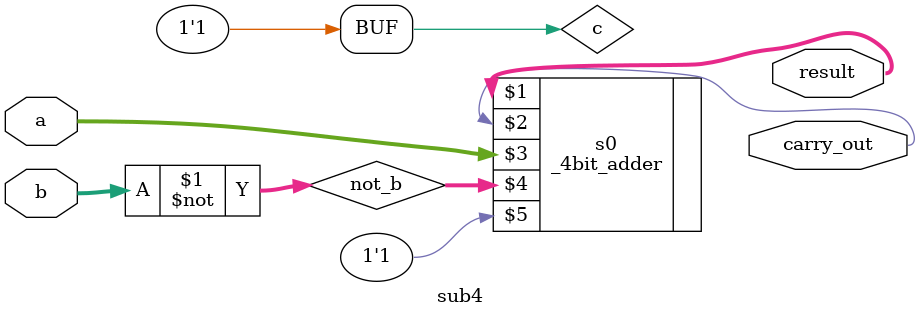
<source format=v>
module sub4(result, carry_out, a, b);
input [3:0]a;
input[3:0]b;
output [3:0]result;
output carry_out;
wire c = 1;
wire [3:0]not_b;

assign not_b[3:0] = ~b[3:0];
_4bit_adder s0(result,carry_out,a,not_b,c);

endmodule
</source>
